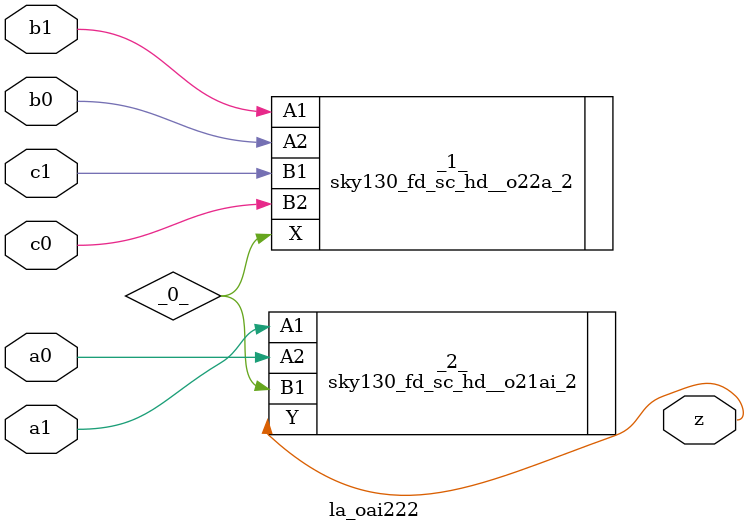
<source format=v>

module la_oai222(a0, a1, b0, b1, c0, c1, z);
  wire _0_;
  input a0;
  input a1;
  input b0;
  input b1;
  input c0;
  input c1;
  output z;
  sky130_fd_sc_hd__o22a_2 _1_ (
    .A1(b1),
    .A2(b0),
    .B1(c1),
    .B2(c0),
    .X(_0_)
  );
  sky130_fd_sc_hd__o21ai_2 _2_ (
    .A1(a1),
    .A2(a0),
    .B1(_0_),
    .Y(z)
  );
endmodule

</source>
